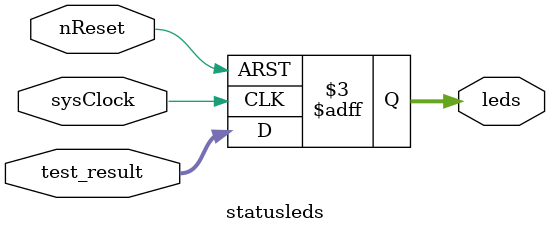
<source format=v>
/************************************************************************
	
	statusleds.v
	Status LEDs control
	
	VP415-Emulator FPGA
	Copyright (C) 2025 Simon Inns
	
	This file is part of VP415-Emulator.
	
	This is free software: you can redistribute it and/or
	modify it under the terms of the GNU General Public License as
	published by the Free Software Foundation, either version 3 of the
	License, or (at your option) any later version.
	
	This program is distributed in the hope that it will be useful,
	but WITHOUT ANY WARRANTY; without even the implied warranty of
	MERCHANTABILITY or FITNESS FOR A PARTICULAR PURPOSE.  See the
	GNU General Public License for more details.
	
	You should have received a copy of the GNU General Public License
	along with this program.  If not, see <http://www.gnu.org/licenses/>.

	Email: simon.inns@gmail.com
	
************************************************************************/

// Disable Verilog implicit definitions
`default_nettype none

// Flash two LEDs on and off to show the FPGA is running
module statusleds (
    // Inputs
    input sysClock,
    input nReset,
    input [1:0] test_result,  // Added test result input
    
    // Outputs
    output reg [1:0] leds
);

    always @(posedge sysClock or negedge nReset) begin
        if (!nReset) begin
            leds <= 2'b00;
        end else begin
            leds <= test_result;  // Show test results on LEDs
        end
    end

endmodule
</source>
